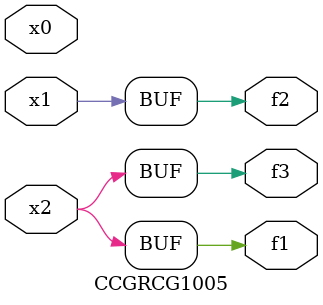
<source format=v>
module CCGRCG1005(
	input x0, x1, x2,
	output f1, f2, f3
);
	assign f1 = x2;
	assign f2 = x1;
	assign f3 = x2;
endmodule

</source>
